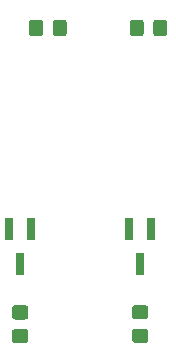
<source format=gtp>
%TF.GenerationSoftware,KiCad,Pcbnew,(5.1.10)-1*%
%TF.CreationDate,2021-08-25T15:29:53+02:00*%
%TF.ProjectId,Module,4d6f6475-6c65-42e6-9b69-6361645f7063,v01*%
%TF.SameCoordinates,Original*%
%TF.FileFunction,Paste,Top*%
%TF.FilePolarity,Positive*%
%FSLAX46Y46*%
G04 Gerber Fmt 4.6, Leading zero omitted, Abs format (unit mm)*
G04 Created by KiCad (PCBNEW (5.1.10)-1) date 2021-08-25 15:29:53*
%MOMM*%
%LPD*%
G01*
G04 APERTURE LIST*
%ADD10R,0.800000X1.900000*%
G04 APERTURE END LIST*
D10*
%TO.C,Q1*%
X152080000Y-66318000D03*
X150180000Y-66318000D03*
X151130000Y-69318000D03*
%TD*%
%TO.C,Q2*%
X140970000Y-69318000D03*
X140020000Y-66318000D03*
X141920000Y-66318000D03*
%TD*%
%TO.C,R1*%
G36*
G01*
X150679999Y-72806000D02*
X151580001Y-72806000D01*
G75*
G02*
X151830000Y-73055999I0J-249999D01*
G01*
X151830000Y-73756001D01*
G75*
G02*
X151580001Y-74006000I-249999J0D01*
G01*
X150679999Y-74006000D01*
G75*
G02*
X150430000Y-73756001I0J249999D01*
G01*
X150430000Y-73055999D01*
G75*
G02*
X150679999Y-72806000I249999J0D01*
G01*
G37*
G36*
G01*
X150679999Y-74806000D02*
X151580001Y-74806000D01*
G75*
G02*
X151830000Y-75055999I0J-249999D01*
G01*
X151830000Y-75756001D01*
G75*
G02*
X151580001Y-76006000I-249999J0D01*
G01*
X150679999Y-76006000D01*
G75*
G02*
X150430000Y-75756001I0J249999D01*
G01*
X150430000Y-75055999D01*
G75*
G02*
X150679999Y-74806000I249999J0D01*
G01*
G37*
%TD*%
%TO.C,R2*%
G36*
G01*
X140519999Y-74822000D02*
X141420001Y-74822000D01*
G75*
G02*
X141670000Y-75071999I0J-249999D01*
G01*
X141670000Y-75772001D01*
G75*
G02*
X141420001Y-76022000I-249999J0D01*
G01*
X140519999Y-76022000D01*
G75*
G02*
X140270000Y-75772001I0J249999D01*
G01*
X140270000Y-75071999D01*
G75*
G02*
X140519999Y-74822000I249999J0D01*
G01*
G37*
G36*
G01*
X140519999Y-72822000D02*
X141420001Y-72822000D01*
G75*
G02*
X141670000Y-73071999I0J-249999D01*
G01*
X141670000Y-73772001D01*
G75*
G02*
X141420001Y-74022000I-249999J0D01*
G01*
X140519999Y-74022000D01*
G75*
G02*
X140270000Y-73772001I0J249999D01*
G01*
X140270000Y-73071999D01*
G75*
G02*
X140519999Y-72822000I249999J0D01*
G01*
G37*
%TD*%
%TO.C,R3*%
G36*
G01*
X141719500Y-49789501D02*
X141719500Y-48889499D01*
G75*
G02*
X141969499Y-48639500I249999J0D01*
G01*
X142669501Y-48639500D01*
G75*
G02*
X142919500Y-48889499I0J-249999D01*
G01*
X142919500Y-49789501D01*
G75*
G02*
X142669501Y-50039500I-249999J0D01*
G01*
X141969499Y-50039500D01*
G75*
G02*
X141719500Y-49789501I0J249999D01*
G01*
G37*
G36*
G01*
X143719500Y-49789501D02*
X143719500Y-48889499D01*
G75*
G02*
X143969499Y-48639500I249999J0D01*
G01*
X144669501Y-48639500D01*
G75*
G02*
X144919500Y-48889499I0J-249999D01*
G01*
X144919500Y-49789501D01*
G75*
G02*
X144669501Y-50039500I-249999J0D01*
G01*
X143969499Y-50039500D01*
G75*
G02*
X143719500Y-49789501I0J249999D01*
G01*
G37*
%TD*%
%TO.C,R4*%
G36*
G01*
X152228500Y-49789501D02*
X152228500Y-48889499D01*
G75*
G02*
X152478499Y-48639500I249999J0D01*
G01*
X153178501Y-48639500D01*
G75*
G02*
X153428500Y-48889499I0J-249999D01*
G01*
X153428500Y-49789501D01*
G75*
G02*
X153178501Y-50039500I-249999J0D01*
G01*
X152478499Y-50039500D01*
G75*
G02*
X152228500Y-49789501I0J249999D01*
G01*
G37*
G36*
G01*
X150228500Y-49789501D02*
X150228500Y-48889499D01*
G75*
G02*
X150478499Y-48639500I249999J0D01*
G01*
X151178501Y-48639500D01*
G75*
G02*
X151428500Y-48889499I0J-249999D01*
G01*
X151428500Y-49789501D01*
G75*
G02*
X151178501Y-50039500I-249999J0D01*
G01*
X150478499Y-50039500D01*
G75*
G02*
X150228500Y-49789501I0J249999D01*
G01*
G37*
%TD*%
M02*

</source>
